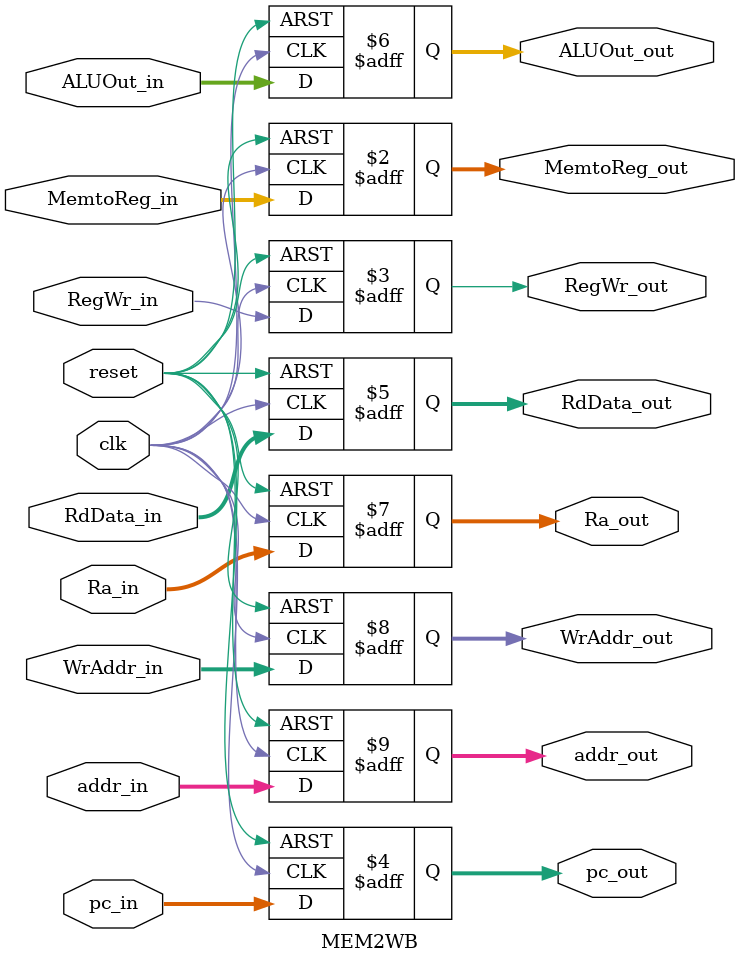
<source format=v>
`timescale 1ns / 1ps
module MEM2WB(reset,clk,
	MemtoReg_in,MemtoReg_out,RegWr_in,RegWr_out,
	pc_in,pc_out,RdData_in,RdData_out,ALUOut_in,ALUOut_out,WrAddr_in,WrAddr_out,Ra_in,Ra_out,addr_in,addr_out);
input reset;
input clk;
input [1:0]MemtoReg_in;
input RegWr_in;
input [31:0]pc_in;
input [31:0]RdData_in;
input [31:0]ALUOut_in,Ra_in;
input [4:0]WrAddr_in;
input [1:0] addr_in;

output [1:0]MemtoReg_out;
output RegWr_out;
output [31:0]pc_out;
output [31:0]RdData_out;
output [31:0]ALUOut_out,Ra_out;
output [4:0]WrAddr_out;
output [1:0] addr_out;

reg [1:0]MemtoReg_out;
reg RegWr_out;
reg [31:0]pc_out;
reg [31:0]RdData_out;
reg [31:0]ALUOut_out,Ra_out;
reg [4:0]WrAddr_out;
reg [1:0] addr_out;

always @(posedge clk or posedge reset)
begin
	if(reset)
	begin
		MemtoReg_out<=0;
		RegWr_out<=0;
		pc_out<=32'h8000_0000;
		RdData_out<=0;
		ALUOut_out<=0;
		WrAddr_out<=0;
                Ra_out<=0;
                addr_out<=0;
	end
	else
	begin
		MemtoReg_out<=MemtoReg_in;
		RegWr_out<=RegWr_in;
		pc_out<=pc_in;
		RdData_out<=RdData_in;
		ALUOut_out<=ALUOut_in;
		WrAddr_out<=WrAddr_in;
                Ra_out<=Ra_in;
                addr_out<=addr_in;
	end
end
endmodule
</source>
